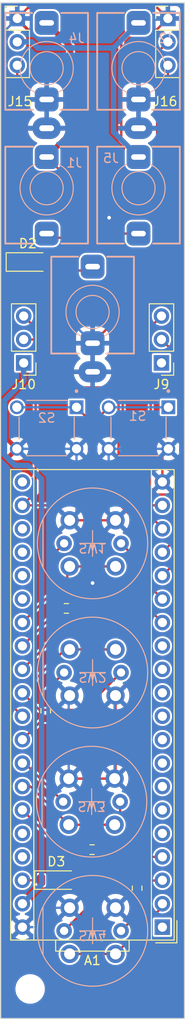
<source format=kicad_pcb>
(kicad_pcb (version 20221018) (generator pcbnew)
  (layers (0 "F.Cu" signal) (31 "B.Cu" signal) (34 "B.Paste" user) (35 "F.Paste" user) (36 "B.SilkS" user "B.Silkscreen") (37 "F.SilkS" user "F.Silkscreen") (38 "B.Mask" user) (39 "F.Mask" user) (44 "Edge.Cuts" user))
  (net 0 "")
  (net 1 "GND")
  (net 3 "+12V")
  (net 4 "-12V")
  (net 5 "Net-(A1-AUDIO_IN_R)")
  (net 6 "Net-(A1-AUDIO_IN_L)")
  (net 11 "Net-(A1-SAI2_SD_A)")
  (net 13 "Net-(A1-DAC1_OUT1)")
  (net 14 "Net-(A1-SAI2_FS_B)")
  (net 15 "Net-(A1-USART1_RX)")
  (net 16 "Net-(A1-USART1_TX)")
  (net 19 "Net-(A1-SAI2_MCLK_B)")
  (net 20 "Net-(A1-SAI2_SD_B)")
  (net 21 "Net-(A1-ADC_INP11)")
  (net 22 "Net-(A1-ADC1_INP4)")
  (net 23 "Net-(A1-DAC1_OUT2)")
  (net 30 "Net-(A1-SDMMC1_D3)")
  (net 32 "Net-(A1-ADC_INP10)")
  (net 33 "Net-(R1-Pad2)")
  (net 34 "+3.3V")
  (net 35 "Net-(R2-Pad1)")
  (net 36 "Net-(R3-Pad1)")
  (net 37 "Net-(A1-SAI2_SCK_B)")
  (net 38 "Net-(R4-Pad2)")
  (net 39 "Net-(A1-AUDIO_OUT_L)")
  (net 40 "Out Left")
  (net 41 "In Left")
  (net 42 "Out_R")
  (net 43 "Out Right")
  (net 45 "Net-(A1-SDMMC1_D2)")
  (net 47 "Net-(A1-SDMMC1_D1)")
  (footprint "Resistor_SMD:R_0603_1608Metric" (layer "F.Cu") (at -0.25 -71.85 180)
    (fp_text reference "R3" hide)
    (fp_text value "130" hide)
    (fp_line (start -0.237258 -0.5225) (end 0.237258 -0.5225) (stroke (width 0.12)) (layer "F.SilkS"))
    (fp_line (start -0.237258 0.5225) (end 0.237258 0.5225) (stroke (width 0.12)) (layer "F.SilkS"))
    (pad "1" smd roundrect (at -0.825 0 180) (size 0.8 0.95) (layers "F.Cu" "F.Paste" "F.Mask") (net 36 "Net-(R3-Pad1)"))
    (pad "2" smd roundrect (at 0.825 0 180) (size 0.8 0.95) (layers "F.Cu" "F.Paste" "F.Mask") (net 22 "Net-(A1-ADC1_INP4)"))
  )
  (footprint "Resistor_SMD:R_0603_1608Metric" (layer "F.Cu") (at 7.45 -41.525 -90)
    (fp_text reference "R4" hide)
    (fp_text value "130" hide)
    (fp_line (start -0.237258 -0.5225) (end 0.237258 -0.5225) (stroke (width 0.12)) (layer "F.SilkS"))
    (fp_line (start -0.237258 0.5225) (end 0.237258 0.5225) (stroke (width 0.12)) (layer "F.SilkS"))
    (pad "1" smd roundrect (at -0.825 0 270) (size 0.8 0.95) (layers "F.Cu" "F.Paste" "F.Mask") (net 45 "Net-(A1-SDMMC1_D2)"))
    (pad "2" smd roundrect (at 0.825 0 270) (size 0.8 0.95) (layers "F.Cu" "F.Paste" "F.Mask") (net 38 "Net-(R4-Pad2)"))
  )
  (footprint "Resistor_SMD:R_0603_1608Metric" (layer "F.Cu") (at -2.5 -60.75 -90)
    (fp_text reference "R2" hide)
    (fp_text value "130" hide)
    (fp_line (start -0.237258 -0.5225) (end 0.237258 -0.5225) (stroke (width 0.12)) (layer "F.SilkS"))
    (fp_line (start -0.237258 0.5225) (end 0.237258 0.5225) (stroke (width 0.12)) (layer "F.SilkS"))
    (pad "1" smd roundrect (at -0.825 0 270) (size 0.8 0.95) (layers "F.Cu" "F.Paste" "F.Mask") (net 35 "Net-(R2-Pad1)"))
    (pad "2" smd roundrect (at 0.825 0 270) (size 0.8 0.95) (layers "F.Cu" "F.Paste" "F.Mask") (net 20 "Net-(A1-SAI2_SD_B)"))
  )
  (footprint "Diode_SMD:D_SOD-123" (layer "F.Cu") (at -4.45 -109.4)
    (fp_text reference "D2" (at 0 -2) (layer "F.SilkS"))
    (fp_text value "1N5819")
    (fp_line (start -2.36 -1) (end -2.36 1) (stroke (width 0.12)) (layer "F.SilkS"))
    (fp_line (start -2.36 -1) (end 1.65 -1) (stroke (width 0.12)) (layer "F.SilkS"))
    (fp_line (start -2.36 1) (end 1.65 1) (stroke (width 0.12)) (layer "F.SilkS"))
    (pad "1" smd roundrect (at -1.65 0) (size 0.9 1.2) (layers "F.Cu" "F.Paste" "F.Mask") (net 32 "Net-(A1-ADC_INP10)"))
    (pad "2" smd roundrect (at 1.65 0) (size 0.9 1.2) (layers "F.Cu" "F.Paste" "F.Mask") (net 1 "GND"))
  )
  (footprint "Connector_PinHeader_2.54mm:PinHeader_1x03_P2.54mm_Vertical" (layer "F.Cu") (at 10.1 -98.46 180)
    (fp_text reference "J9" (at 0 -2.33) (layer "F.SilkS"))
    (fp_text value "Audio to Daisy, connect to J13" hide)
    (fp_line (start -1.33 -1.33) (end 0 -1.33) (stroke (width 0.12)) (layer "F.SilkS"))
    (fp_line (start -1.33 0) (end -1.33 -1.33) (stroke (width 0.12)) (layer "F.SilkS"))
    (fp_line (start -1.33 1.27) (end -1.33 6.41) (stroke (width 0.12)) (layer "F.SilkS"))
    (fp_line (start -1.33 1.27) (end 1.33 1.27) (stroke (width 0.12)) (layer "F.SilkS"))
    (fp_line (start -1.33 6.41) (end 1.33 6.41) (stroke (width 0.12)) (layer "F.SilkS"))
    (fp_line (start 1.33 1.27) (end 1.33 6.41) (stroke (width 0.12)) (layer "F.SilkS"))
    (pad "1" thru_hole rect (at 0 0 180) (size 1.7 1.7) (drill 1) (layers "*.Cu" "*.Mask") (net 4 "-12V"))
    (pad "2" thru_hole oval (at 0 2.54 180) (size 1.7 1.7) (drill 1) (layers "*.Cu" "*.Mask") (net 6 "Net-(A1-AUDIO_IN_L)"))
    (pad "3" thru_hole oval (at 0 5.08 180) (size 1.7 1.7) (drill 1) (layers "*.Cu" "*.Mask") (net 5 "Net-(A1-AUDIO_IN_R)"))
  )
  (footprint "Resistor_SMD:R_0603_1608Metric" (layer "F.Cu") (at 2.55 -45.7)
    (fp_text reference "R1" hide)
    (fp_text value "130" hide)
    (fp_line (start -0.237258 -0.5225) (end 0.237258 -0.5225) (stroke (width 0.12)) (layer "F.SilkS"))
    (fp_line (start -0.237258 0.5225) (end 0.237258 0.5225) (stroke (width 0.12)) (layer "F.SilkS"))
    (pad "1" smd roundrect (at -0.825 0) (size 0.8 0.95) (layers "F.Cu" "F.Paste" "F.Mask") (net 37 "Net-(A1-SAI2_SCK_B)"))
    (pad "2" smd roundrect (at 0.825 0) (size 0.8 0.95) (layers "F.Cu" "F.Paste" "F.Mask") (net 33 "Net-(R1-Pad2)"))
  )
  (footprint "Connector_PinHeader_2.54mm:PinHeader_1x03_P2.54mm_Vertical" (layer "F.Cu") (at -5.6 -135.8)
    (fp_text reference "J15" (at 0.3 9) (layer "F.SilkS"))
    (fp_text value "Audio input, connect to J18" hide)
    (fp_line (start -1.33 -1.33) (end 0 -1.33) (stroke (width 0.12)) (layer "F.SilkS"))
    (fp_line (start -1.33 0) (end -1.33 -1.33) (stroke (width 0.12)) (layer "F.SilkS"))
    (fp_line (start -1.33 1.27) (end -1.33 6.41) (stroke (width 0.12)) (layer "F.SilkS"))
    (fp_line (start -1.33 1.27) (end 1.33 1.27) (stroke (width 0.12)) (layer "F.SilkS"))
    (fp_line (start -1.33 6.41) (end 1.33 6.41) (stroke (width 0.12)) (layer "F.SilkS"))
    (fp_line (start 1.33 1.27) (end 1.33 6.41) (stroke (width 0.12)) (layer "F.SilkS"))
    (pad "1" thru_hole rect (at 0 0) (size 1.7 1.7) (drill 1) (layers "*.Cu" "*.Mask") (net 1 "GND"))
    (pad "2" thru_hole oval (at 0 2.54) (size 1.7 1.7) (drill 1) (layers "*.Cu" "*.Mask") (net 41 "In Left"))
    (pad "3" thru_hole oval (at 0 5.08) (size 1.7 1.7) (drill 1) (layers "*.Cu" "*.Mask"))
  )
  (footprint "Diode_SMD:D_SOD-123" (layer "F.Cu") (at -1.35 -42.4)
    (fp_text reference "D3" (at 0 -2) (layer "F.SilkS"))
    (fp_text value "1N5819")
    (fp_line (start -2.36 -1) (end -2.36 1) (stroke (width 0.12)) (layer "F.SilkS"))
    (fp_line (start -2.36 -1) (end 1.65 -1) (stroke (width 0.12)) (layer "F.SilkS"))
    (fp_line (start -2.36 1) (end 1.65 1) (stroke (width 0.12)) (layer "F.SilkS"))
    (pad "1" smd roundrect (at -1.65 0) (size 0.9 1.2) (layers "F.Cu" "F.Paste" "F.Mask") (net 34 "+3.3V"))
    (pad "2" smd roundrect (at 1.65 0) (size 0.9 1.2) (layers "F.Cu" "F.Paste" "F.Mask") (net 32 "Net-(A1-ADC_INP10)"))
  )
  (footprint "Connector_PinHeader_2.54mm:PinHeader_1x03_P2.54mm_Vertical" (layer "F.Cu") (at 10.8 -135.8)
    (fp_text reference "J16" (at -0.3 9) (layer "F.SilkS"))
    (fp_text value "Audio output, connect to J17" hide)
    (fp_line (start -1.33 -1.33) (end 0 -1.33) (stroke (width 0.12)) (layer "F.SilkS"))
    (fp_line (start -1.33 0) (end -1.33 -1.33) (stroke (width 0.12)) (layer "F.SilkS"))
    (fp_line (start -1.33 1.27) (end -1.33 6.41) (stroke (width 0.12)) (layer "F.SilkS"))
    (fp_line (start -1.33 1.27) (end 1.33 1.27) (stroke (width 0.12)) (layer "F.SilkS"))
    (fp_line (start -1.33 6.41) (end 1.33 6.41) (stroke (width 0.12)) (layer "F.SilkS"))
    (fp_line (start 1.33 1.27) (end 1.33 6.41) (stroke (width 0.12)) (layer "F.SilkS"))
    (pad "1" thru_hole rect (at 0 0) (size 1.7 1.7) (drill 1) (layers "*.Cu" "*.Mask") (net 1 "GND"))
    (pad "2" thru_hole oval (at 0 2.54) (size 1.7 1.7) (drill 1) (layers "*.Cu" "*.Mask") (net 40 "Out Left"))
    (pad "3" thru_hole oval (at 0 5.08) (size 1.7 1.7) (drill 1) (layers "*.Cu" "*.Mask") (net 43 "Out Right"))
  )
  (footprint "Device_Audio_Electrosmith_Daisy_Seed:Device_Audio_Electrosmith_Daisy_Seed" (layer "F.Cu") (at 10.2 -37.3 180)
    (fp_text reference "A1" (at 7.62 -3.6) (layer "F.SilkS"))
    (fp_text value "Device_Audio_Electrosmith_Daisy_Seed_Rev4" hide)
    (fp_line (start -1.58 -1.7) (end -1.58 0.7) (stroke (width 0.12)) (layer "F.SilkS"))
    (fp_line (start -1.28 -1.4) (end 16.52 -1.4) (stroke (width 0.12)) (layer "F.SilkS"))
    (fp_line (start -1.28 49.6) (end -1.28 -1.4) (stroke (width 0.12)) (layer "F.SilkS"))
    (fp_line (start 0.72 -1.7) (end -1.58 -1.7) (stroke (width 0.12)) (layer "F.SilkS"))
    (fp_line (start 1.2 -1.4) (end 1.2 49.6) (stroke (width 0.12)) (layer "F.SilkS"))
    (fp_line (start 3.62 -2.6) (end 11.62 -2.6) (stroke (width 0.12)) (layer "F.SilkS"))
    (fp_line (start 3.62 -1.4) (end 3.62 -2.6) (stroke (width 0.12)) (layer "F.SilkS"))
    (fp_line (start 11.62 -2.6) (end 11.62 -1.4) (stroke (width 0.12)) (layer "F.SilkS"))
    (fp_line (start 14 -1.4) (end 14 49.6) (stroke (width 0.12)) (layer "F.SilkS"))
    (fp_line (start 16.52 -1.4) (end 16.52 49.6) (stroke (width 0.12)) (layer "F.SilkS"))
    (fp_line (start 16.52 49.6) (end -1.28 49.6) (stroke (width 0.12)) (layer "F.SilkS"))
    (pad "1" thru_hole rect (at 0 0 180) (size 1.7 1.7) (drill 1) (layers "*.Cu" "*.Mask"))
    (pad "2" thru_hole circle (at 0 2.54 180) (size 1.7 1.7) (drill 1) (layers "*.Cu" "*.Mask") (net 30 "Net-(A1-SDMMC1_D3)"))
    (pad "3" thru_hole circle (at 0 5.08 180) (size 1.7 1.7) (drill 1) (layers "*.Cu" "*.Mask") (net 45 "Net-(A1-SDMMC1_D2)"))
    (pad "4" thru_hole circle (at 0 7.62 180) (size 1.7 1.7) (drill 1) (layers "*.Cu" "*.Mask") (net 47 "Net-(A1-SDMMC1_D1)"))
    (pad "5" thru_hole circle (at 0 10.16 180) (size 1.7 1.7) (drill 1) (layers "*.Cu" "*.Mask"))
    (pad "6" thru_hole circle (at 0 12.7 180) (size 1.7 1.7) (drill 1) (layers "*.Cu" "*.Mask"))
    (pad "7" thru_hole circle (at 0 15.24 180) (size 1.7 1.7) (drill 1) (layers "*.Cu" "*.Mask"))
    (pad "8" thru_hole circle (at 0 17.78 180) (size 1.7 1.7) (drill 1) (layers "*.Cu" "*.Mask"))
    (pad "9" thru_hole circle (at 0 20.32 180) (size 1.7 1.7) (drill 1) (layers "*.Cu" "*.Mask"))
    (pad "10" thru_hole circle (at 0 22.86 180) (size 1.7 1.7) (drill 1) (layers "*.Cu" "*.Mask"))
    (pad "11" thru_hole circle (at 0 25.4 180) (size 1.7 1.7) (drill 1) (layers "*.Cu" "*.Mask"))
    (pad "12" thru_hole circle (at 0 27.94 180) (size 1.7 1.7) (drill 1) (layers "*.Cu" "*.Mask"))
    (pad "13" thru_hole circle (at 0 30.48 180) (size 1.7 1.7) (drill 1) (layers "*.Cu" "*.Mask"))
    (pad "14" thru_hole circle (at 0 33.02 180) (size 1.7 1.7) (drill 1) (layers "*.Cu" "*.Mask") (net 16 "Net-(A1-USART1_TX)"))
    (pad "15" thru_hole circle (at 0 35.56 180) (size 1.7 1.7) (drill 1) (layers "*.Cu" "*.Mask") (net 15 "Net-(A1-USART1_RX)"))
    (pad "16" thru_hole circle (at 0 38.1 180) (size 1.7 1.7) (drill 1) (layers "*.Cu" "*.Mask") (net 6 "Net-(A1-AUDIO_IN_L)"))
    (pad "17" thru_hole circle (at 0 40.64 180) (size 1.7 1.7) (drill 1) (layers "*.Cu" "*.Mask") (net 5 "Net-(A1-AUDIO_IN_R)"))
    (pad "18" thru_hole circle (at 0 43.18 180) (size 1.7 1.7) (drill 1) (layers "*.Cu" "*.Mask") (net 39 "Net-(A1-AUDIO_OUT_L)"))
    (pad "19" thru_hole circle (at 0 45.72 180) (size 1.7 1.7) (drill 1) (layers "*.Cu" "*.Mask") (net 42 "Out_R"))
    (pad "20" thru_hole circle (at 0 48.26 180) (size 1.7 1.7) (drill 1) (layers "*.Cu" "*.Mask") (net 1 "GND"))
    (pad "21" thru_hole circle (at 15.24 48.26 180) (size 1.7 1.7) (drill 1) (layers "*.Cu" "*.Mask"))
    (pad "22" thru_hole circle (at 15.24 45.72 180) (size 1.7 1.7) (drill 1) (layers "*.Cu" "*.Mask") (net 32 "Net-(A1-ADC_INP10)"))
    (pad "23" thru_hole circle (at 15.24 43.18 180) (size 1.7 1.7) (drill 1) (layers "*.Cu" "*.Mask"))
    (pad "24" thru_hole circle (at 15.24 40.64 180) (size 1.7 1.7) (drill 1) (layers "*.Cu" "*.Mask"))
    (pad "25" thru_hole circle (at 15.24 38.1 180) (size 1.7 1.7) (drill 1) (layers "*.Cu" "*.Mask"))
    (pad "26" thru_hole circle (at 15.24 35.56 180) (size 1.7 1.7) (drill 1) (layers "*.Cu" "*.Mask"))
    (pad "27" thru_hole circle (at 15.24 33.02 180) (size 1.7 1.7) (drill 1) (layers "*.Cu" "*.Mask") (net 21 "Net-(A1-ADC_INP11)"))
    (pad "28" thru_hole circle (at 15.24 30.48 180) (size 1.7 1.7) (drill 1) (layers "*.Cu" "*.Mask") (net 22 "Net-(A1-ADC1_INP4)"))
    (pad "29" thru_hole circle (at 15.24 27.94 180) (size 1.7 1.7) (drill 1) (layers "*.Cu" "*.Mask") (net 23 "Net-(A1-DAC1_OUT2)"))
    (pad "30" thru_hole circle (at 15.24 25.4 180) (size 1.7 1.7) (drill 1) (layers "*.Cu" "*.Mask") (net 13 "Net-(A1-DAC1_OUT1)"))
    (pad "31" thru_hole circle (at 15.24 22.86 180) (size 1.7 1.7) (drill 1) (layers "*.Cu" "*.Mask") (net 19 "Net-(A1-SAI2_MCLK_B)"))
    (pad "32" thru_hole circle (at 15.24 20.32 180) (size 1.7 1.7) (drill 1) (layers "*.Cu" "*.Mask") (net 20 "Net-(A1-SAI2_SD_B)"))
    (pad "33" thru_hole circle (at 15.24 17.78 180) (size 1.7 1.7) (drill 1) (layers "*.Cu" "*.Mask") (net 11 "Net-(A1-SAI2_SD_A)"))
    (pad "34" thru_hole circle (at 15.24 15.24 180) (size 1.7 1.7) (drill 1) (layers "*.Cu" "*.Mask") (net 14 "Net-(A1-SAI2_FS_B)"))
    (pad "35" thru_hole circle (at 15.24 12.7 180) (size 1.7 1.7) (drill 1) (layers "*.Cu" "*.Mask") (net 37 "Net-(A1-SAI2_SCK_B)"))
    (pad "36" thru_hole circle (at 15.24 10.16 180) (size 1.7 1.7) (drill 1) (layers "*.Cu" "*.Mask"))
    (pad "37" thru_hole circle (at 15.24 7.62 180) (size 1.7 1.7) (drill 1) (layers "*.Cu" "*.Mask"))
    (pad "38" thru_hole circle (at 15.24 5.08 180) (size 1.7 1.7) (drill 1) (layers "*.Cu" "*.Mask") (net 34 "+3.3V"))
    (pad "39" thru_hole circle (at 15.24 2.54 180) (size 1.7 1.7) (drill 1) (layers "*.Cu" "*.Mask") (net 3 "+12V"))
    (pad "40" thru_hole circle (at 15.24 0 180) (size 1.7 1.7) (drill 1) (layers "*.Cu" "*.Mask") (net 1 "GND"))
  )
  (footprint "MountingHole:MountingHole_2.7mm_M2.5" (layer "F.Cu") (at -4.2 -30.6)
    (fp_text reference "MOUNT1" hide)
    (fp_text value "MountingHole_2.7mm_M2.5" hide)
    (pad "" np_thru_hole circle (at 0 0) (size 2.7 2.7) (drill 2.7) (layers "F&B.Cu" "*.Mask"))
  )
  (footprint "Connector_PinHeader_2.54mm:PinHeader_1x03_P2.54mm_Vertical" (layer "F.Cu") (at -4.9 -98.46 180)
    (fp_text reference "J10" (at 0 -2.33) (layer "F.SilkS"))
    (fp_text value "Audio from Daisy, connect to J14" hide)
    (fp_line (start -1.33 -1.33) (end 0 -1.33) (stroke (width 0.12)) (layer "F.SilkS"))
    (fp_line (start -1.33 0) (end -1.33 -1.33) (stroke (width 0.12)) (layer "F.SilkS"))
    (fp_line (start -1.33 1.27) (end -1.33 6.41) (stroke (width 0.12)) (layer "F.SilkS"))
    (fp_line (start -1.33 1.27) (end 1.33 1.27) (stroke (width 0.12)) (layer "F.SilkS"))
    (fp_line (start -1.33 6.41) (end 1.33 6.41) (stroke (width 0.12)) (layer "F.SilkS"))
    (fp_line (start 1.33 1.27) (end 1.33 6.41) (stroke (width 0.12)) (layer "F.SilkS"))
    (pad "1" thru_hole rect (at 0 0 180) (size 1.7 1.7) (drill 1) (layers "*.Cu" "*.Mask") (net 3 "+12V"))
    (pad "2" thru_hole oval (at 0 2.54 180) (size 1.7 1.7) (drill 1) (layers "*.Cu" "*.Mask") (net 39 "Net-(A1-AUDIO_OUT_L)"))
    (pad "3" thru_hole oval (at 0 5.08 180) (size 1.7 1.7) (drill 1) (layers "*.Cu" "*.Mask") (net 42 "Out_R"))
  )
  (footprint "1_Geirs_Library:SW_TS02-66-140-BK-160-LCR-D" (layer "B.Cu") (at -2.4 -91.4 180)
    (fp_text reference "S2" (at 0 1.1) (layer "B.SilkS") (effects (justify mirror)))
    (fp_text value "Record")
    (fp_line (start -3 1.176) (end -3 -1.176) (stroke (width 0.127)) (layer "B.SilkS"))
    (fp_line (start -2.176 -3) (end 2.176 -3) (stroke (width 0.127)) (layer "B.SilkS"))
    (fp_line (start -2.176 3) (end 2.176 3) (stroke (width 0.127)) (layer "B.SilkS"))
    (fp_line (start 3 1.176) (end 3 -1.176) (stroke (width 0.127)) (layer "B.SilkS"))
    (fp_circle (center -3.25 4.004) (end -3.15 4.004) (stroke (width 0.2)) (fill none) (layer "B.SilkS"))
    (pad "1" thru_hole rect (at -3.25 2.25 180) (size 1.508 1.508) (drill 1) (layers "*.Cu" "*.Mask") (net 16 "Net-(A1-USART1_TX)"))
    (pad "1" thru_hole circle (at 3.25 2.25 180) (size 1.508 1.508) (drill 1) (layers "*.Cu" "*.Mask") (net 16 "Net-(A1-USART1_TX)"))
    (pad "2" thru_hole circle (at -3.25 -2.25 180) (size 1.508 1.508) (drill 1) (layers "*.Cu" "*.Mask") (net 1 "GND"))
    (pad "2" thru_hole circle (at 3.25 -2.25 180) (size 1.508 1.508) (drill 1) (layers "*.Cu" "*.Mask") (net 1 "GND"))
  )
  (footprint "AudioJacks:Jack_3.5mm_QingPu_WQP-PJ398SM_Vertical" (layer "B.Cu") (at -2.4 -130.4 180)
    (fp_text reference "J4" (at -3.25 3.25) (layer "B.SilkS") (effects (justify mirror)))
    (fp_text value "Out left")
    (fp_line (start -4.5 -4.5) (end -4.5 6) (stroke (width 0.2)) (layer "B.SilkS"))
    (fp_line (start -4.5 -4.5) (end -1.5 -4.5) (stroke (width 0.2)) (layer "B.SilkS"))
    (fp_line (start -4.5 6) (end -1.6 6) (stroke (width 0.2)) (layer "B.SilkS"))
    (fp_line (start 1.5 -4.5) (end 4.5 -4.5) (stroke (width 0.2)) (layer "B.SilkS"))
    (fp_line (start 1.6 6) (end 4.5 6) (stroke (width 0.2)) (layer "B.SilkS"))
    (fp_line (start 4.5 -4.5) (end 4.5 6) (stroke (width 0.2)) (layer "B.SilkS"))
    (fp_arc (start 0 2.895) (mid -2.817353 0.665994) (end -1.296263 -2.588577) (stroke (width 0.12)) (layer "B.SilkS"))
    (fp_arc (start 1.296263 -2.588577) (mid 2.817353 0.665994) (end 0 2.895) (stroke (width 0.12)) (layer "B.SilkS"))
    (fp_circle (center 0 0) (end -1.8 0) (stroke (width 0.12)) (fill none) (layer "B.SilkS"))
    (pad "S" thru_hole oval (at 0 -6.48 180) (size 3.1 2.3) (drill oval 1.6 0.6) (layers "*.Cu" "*.Mask") (net 1 "GND"))
    (pad "T" thru_hole roundrect (at 0 4.92 180) (size 2.6 2.6) (drill oval 1.6 0.6) (layers "*.Cu" "*.Mask") (net 40 "Out Left"))
    (pad "TN" thru_hole roundrect (at 0 -3.38 180) (size 2.6 2.6) (drill oval 1.6 0.6) (layers "*.Cu" "*.Mask") (net 1 "GND"))
  )
  (footprint "1_Geirs_Library:SW_TS02-66-140-BK-160-LCR-D" (layer "B.Cu") (at 7.6 -91.4 180)
    (fp_text reference "S1" (at 0.1 1.3) (layer "B.SilkS") (effects (justify mirror)))
    (fp_text value "Clear")
    (fp_line (start -3 1.176) (end -3 -1.176) (stroke (width 0.127)) (layer "B.SilkS"))
    (fp_line (start -2.176 -3) (end 2.176 -3) (stroke (width 0.127)) (layer "B.SilkS"))
    (fp_line (start -2.176 3) (end 2.176 3) (stroke (width 0.127)) (layer "B.SilkS"))
    (fp_line (start 3 1.176) (end 3 -1.176) (stroke (width 0.127)) (layer "B.SilkS"))
    (fp_circle (center -3.25 4.004) (end -3.15 4.004) (stroke (width 0.2)) (fill none) (layer "B.SilkS"))
    (pad "1" thru_hole rect (at -3.25 2.25 180) (size 1.508 1.508) (drill 1) (layers "*.Cu" "*.Mask") (net 15 "Net-(A1-USART1_RX)"))
    (pad "1" thru_hole circle (at 3.25 2.25 180) (size 1.508 1.508) (drill 1) (layers "*.Cu" "*.Mask") (net 15 "Net-(A1-USART1_RX)"))
    (pad "2" thru_hole circle (at -3.25 -2.25 180) (size 1.508 1.508) (drill 1) (layers "*.Cu" "*.Mask") (net 1 "GND"))
    (pad "2" thru_hole circle (at 3.25 -2.25 180) (size 1.508 1.508) (drill 1) (layers "*.Cu" "*.Mask") (net 1 "GND"))
  )
  (footprint "1_Geirs_Library:D6RLRDGNF1LFS" (layer "B.Cu") (at 2.6 -64.9)
    (fp_text reference "SW2" (at 0 0.5 180 unlocked) (layer "B.SilkS") (effects (justify mirror)))
    (fp_text value "~")
    (fp_line (start -5.4 2.6) (end -5.4 -2.6) (stroke (width 0.12)) (layer "B.SilkS"))
    (fp_line (start -1.4 0) (end 1.4 0) (stroke (width 0.12)) (layer "B.SilkS"))
    (fp_line (start 0 1.4) (end 0 -1.4) (stroke (width 0.12)) (layer "B.SilkS"))
    (fp_circle (center 0 0) (end 6 0) (stroke (width 0.12)) (fill none) (layer "B.SilkS"))
    (pad "1" thru_hole circle (at -2.5 2.5) (size 2 2) (drill 1.2) (layers "*.Cu" "*.Mask") (net 1 "GND"))
    (pad "1" thru_hole circle (at 2.5 2.5) (size 2 2) (drill 1.2) (layers "*.Cu" "*.Mask") (net 1 "GND"))
    (pad "2" thru_hole circle (at -2.5 -2.5) (size 2 2) (drill 1.2) (layers "*.Cu" "*.Mask") (net 19 "Net-(A1-SAI2_MCLK_B)"))
    (pad "2" thru_hole circle (at 2.5 -2.5) (size 2 2) (drill 1.2) (layers "*.Cu" "*.Mask") (net 19 "Net-(A1-SAI2_MCLK_B)"))
    (pad "3" thru_hole circle (at -3.1 0) (size 1.7 1.7) (drill 0.9) (layers "*.Cu" "*.Mask") (net 35 "Net-(R2-Pad1)"))
    (pad "4" thru_hole circle (at 3.1 0) (size 1.7 1.7) (drill 0.9) (layers "*.Cu" "*.Mask") (net 13 "Net-(A1-DAC1_OUT1)"))
  )
  (footprint "1_Geirs_Library:D6RLRDGNF1LFS" (layer "B.Cu") (at 2.5 -50.9)
    (fp_text reference "SW3" (at 0 0.5 180 unlocked) (layer "B.SilkS") (effects (justify mirror)))
    (fp_text value "~")
    (fp_line (start -5.4 2.6) (end -5.4 -2.6) (stroke (width 0.12)) (layer "B.SilkS"))
    (fp_line (start -1.4 0) (end 1.4 0) (stroke (width 0.12)) (layer "B.SilkS"))
    (fp_line (start 0 1.4) (end 0 -1.4) (stroke (width 0.12)) (layer "B.SilkS"))
    (fp_circle (center 0 0) (end 6 0) (stroke (width 0.12)) (fill none) (layer "B.SilkS"))
    (pad "1" thru_hole circle (at -2.5 2.5) (size 2 2) (drill 1.2) (layers "*.Cu" "*.Mask") (net 14 "Net-(A1-SAI2_FS_B)"))
    (pad "1" thru_hole circle (at 2.5 2.5) (size 2 2) (drill 1.2) (layers "*.Cu" "*.Mask") (net 14 "Net-(A1-SAI2_FS_B)"))
    (pad "2" thru_hole circle (at -2.5 -2.5) (size 2 2) (drill 1.2) (layers "*.Cu" "*.Mask") (net 1 "GND"))
    (pad "2" thru_hole circle (at 2.5 -2.5) (size 2 2) (drill 1.2) (layers "*.Cu" "*.Mask") (net 1 "GND"))
    (pad "3" thru_hole circle (at -3.1 0) (size 1.7 1.7) (drill 0.9) (layers "*.Cu" "*.Mask") (net 11 "Net-(A1-SAI2_SD_A)"))
    (pad "4" thru_hole circle (at 3.1 0) (size 1.7 1.7) (drill 0.9) (layers "*.Cu" "*.Mask") (net 33 "Net-(R1-Pad2)"))
  )
  (footprint "AudioJacks:Jack_3.5mm_QingPu_WQP-PJ398SM_Vertical" (layer "B.Cu") (at -2.4 -117.4)
    (fp_text reference "J1" (at 3 -2.75) (layer "B.SilkS") (effects (justify mirror)))
    (fp_text value "Out right")
    (fp_line (start -4.5 -4.5) (end -4.5 6) (stroke (width 0.2)) (layer "B.SilkS"))
    (fp_line (start -4.5 -4.5) (end -1.5 -4.5) (stroke (width 0.2)) (layer "B.SilkS"))
    (fp_line (start -4.5 6) (end -1.6 6) (stroke (width 0.2)) (layer "B.SilkS"))
    (fp_line (start 1.5 -4.5) (end 4.5 -4.5) (stroke (width 0.2)) (layer "B.SilkS"))
    (fp_line (start 1.6 6) (end 4.5 6) (stroke (width 0.2)) (layer "B.SilkS"))
    (fp_line (start 4.5 -4.5) (end 4.5 6) (stroke (width 0.2)) (layer "B.SilkS"))
    (fp_arc (start 0 2.895) (mid -2.817353 0.665994) (end -1.296263 -2.588577) (stroke (width 0.12)) (layer "B.SilkS"))
    (fp_arc (start 1.296263 -2.588577) (mid 2.817353 0.665994) (end 0 2.895) (stroke (width 0.12)) (layer "B.SilkS"))
    (fp_circle (center 0 0) (end -1.8 0) (stroke (width 0.12)) (fill none) (layer "B.SilkS"))
    (pad "S" thru_hole oval (at 0 -6.48) (size 3.1 2.3) (drill oval 1.6 0.6) (layers "*.Cu" "*.Mask") (net 1 "GND"))
    (pad "T" thru_hole roundrect (at 0 4.92) (size 2.6 2.6) (drill oval 1.6 0.6) (layers "*.Cu" "*.Mask") (net 43 "Out Right"))
    (pad "TN" thru_hole roundrect (at 0 -3.38) (size 2.6 2.6) (drill oval 1.6 0.6) (layers "*.Cu" "*.Mask") (net 40 "Out Left"))
  )
  (footprint "AudioJacks:Jack_3.5mm_QingPu_WQP-PJ398SM_Vertical" (layer "B.Cu") (at 7.6 -130.4 180)
    (fp_text reference "J2" (at -3.05 3.25) (layer "B.SilkS") (effects (justify mirror)))
    (fp_text value "In left")
    (fp_line (start -4.5 -4.5) (end -4.5 6) (stroke (width 0.2)) (layer "B.SilkS"))
    (fp_line (start -4.5 -4.5) (end -1.5 -4.5) (stroke (width 0.2)) (layer "B.SilkS"))
    (fp_line (start -4.5 6) (end -1.6 6) (stroke (width 0.2)) (layer "B.SilkS"))
    (fp_line (start 1.5 -4.5) (end 4.5 -4.5) (stroke (width 0.2)) (layer "B.SilkS"))
    (fp_line (start 1.6 6) (end 4.5 6) (stroke (width 0.2)) (layer "B.SilkS"))
    (fp_line (start 4.5 -4.5) (end 4.5 6) (stroke (width 0.2)) (layer "B.SilkS"))
    (fp_arc (start 0 2.895) (mid -2.817353 0.665994) (end -1.296263 -2.588577) (stroke (width 0.12)) (layer "B.SilkS"))
    (fp_arc (start 1.296263 -2.588577) (mid 2.817353 0.665994) (end 0 2.895) (stroke (width 0.12)) (layer "B.SilkS"))
    (fp_circle (center 0 0) (end -1.8 0) (stroke (width 0.12)) (fill none) (layer "B.SilkS"))
    (pad "S" thru_hole oval (at 0 -6.48 180) (size 3.1 2.3) (drill oval 1.6 0.6) (layers "*.Cu" "*.Mask") (net 1 "GND"))
    (pad "T" thru_hole roundrect (at 0 4.92 180) (size 2.6 2.6) (drill oval 1.6 0.6) (layers "*.Cu" "*.Mask") (net 41 "In Left"))
    (pad "TN" thru_hole roundrect (at 0 -3.38 180) (size 2.6 2.6) (drill oval 1.6 0.6) (layers "*.Cu" "*.Mask") (net 1 "GND"))
  )
  (footprint "AudioJacks:Jack_3.5mm_QingPu_WQP-PJ398SM_Vertical" (layer "B.Cu") (at 7.6 -117.4)
    (fp_text reference "J5" (at -3 -3.25) (layer "B.SilkS") (effects (justify mirror)))
    (fp_text value "In right")
    (fp_line (start -4.5 -4.5) (end -4.5 6) (stroke (width 0.2)) (layer "B.SilkS"))
    (fp_line (start -4.5 -4.5) (end -1.5 -4.5) (stroke (width 0.2)) (layer "B.SilkS"))
    (fp_line (start -4.5 6) (end -1.6 6) (stroke (width 0.2)) (layer "B.SilkS"))
    (fp_line (start 1.5 -4.5) (end 4.5 -4.5) (stroke (width 0.2)) (layer "B.SilkS"))
    (fp_line (start 1.6 6) (end 4.5 6) (stroke (width 0.2)) (layer "B.SilkS"))
    (fp_line (start 4.5 -4.5) (end 4.5 6) (stroke (width 0.2)) (layer "B.SilkS"))
    (fp_arc (start 0 2.895) (mid -2.817353 0.665994) (end -1.296263 -2.588577) (stroke (width 0.12)) (layer "B.SilkS"))
    (fp_arc (start 1.296263 -2.588577) (mid 2.817353 0.665994) (end 0 2.895) (stroke (width 0.12)) (layer "B.SilkS"))
    (fp_circle (center 0 0) (end -1.8 0) (stroke (width 0.12)) (fill none) (layer "B.SilkS"))
    (pad "S" thru_hole oval (at 0 -6.48) (size 3.1 2.3) (drill oval 1.6 0.6) (layers "*.Cu" "*.Mask") (net 1 "GND"))
    (pad "T" thru_hole roundrect (at 0 4.92) (size 2.6 2.6) (drill oval 1.6 0.6) (layers "*.Cu" "*.Mask"))
    (pad "TN" thru_hole roundrect (at 0 -3.38) (size 2.6 2.6) (drill oval 1.6 0.6) (layers "*.Cu" "*.Mask") (net 41 "In Left"))
  )
  (footprint "1_Geirs_Library:D6RLRDGNF1LFS" (layer "B.Cu") (at 2.6 -36.9)
    (fp_text reference "SW4" (at 0 0.5 180 unlocked) (layer "B.SilkS") (effects (justify mirror)))
    (fp_text value "~")
    (fp_line (start -5.4 2.6) (end -5.4 -2.6) (stroke (width 0.12)) (layer "B.SilkS"))
    (fp_line (start -1.4 0) (end 1.4 0) (stroke (width 0.12)) (layer "B.SilkS"))
    (fp_line (start 0 1.4) (end 0 -1.4) (stroke (width 0.12)) (layer "B.SilkS"))
    (fp_circle (center 0 0) (end 6 0) (stroke (width 0.12)) (fill none) (layer "B.SilkS"))
    (pad "1" thru_hole circle (at -2.5 2.5) (size 2 2) (drill 1.2) (layers "*.Cu" "*.Mask") (net 30 "Net-(A1-SDMMC1_D3)"))
    (pad "1" thru_hole circle (at 2.5 2.5) (size 2 2) (drill 1.2) (layers "*.Cu" "*.Mask") (net 30 "Net-(A1-SDMMC1_D3)"))
    (pad "2" thru_hole circle (at -2.5 -2.5) (size 2 2) (drill 1.2) (layers "*.Cu" "*.Mask") (net 1 "GND"))
    (pad "2" thru_hole circle (at 2.5 -2.5) (size 2 2) (drill 1.2) (layers "*.Cu" "*.Mask") (net 1 "GND"))
    (pad "3" thru_hole circle (at -3.1 0) (size 1.7 1.7) (drill 0.9) (layers "*.Cu" "*.Mask") (net 47 "Net-(A1-SDMMC1_D1)"))
    (pad "4" thru_hole circle (at 3.1 0) (size 1.7 1.7) (drill 0.9) (layers "*.Cu" "*.Mask") (net 38 "Net-(R4-Pad2)"))
  )
  (footprint "AudioJacks:Jack_3.5mm_QingPu_WQP-PJ398SM_Vertical" (layer "B.Cu") (at 2.6 -103.9775 180)
    (fp_text reference "J3" hide)
    (fp_text value "Trig Loop" hide)
    (fp_line (start -4.5 -4.5) (end -4.5 6) (stroke (width 0.2)) (layer "B.SilkS"))
    (fp_line (start -4.5 -4.5) (end -1.5 -4.5) (stroke (width 0.2)) (layer "B.SilkS"))
    (fp_line (start -4.5 6) (end -1.6 6) (stroke (width 0.2)) (layer "B.SilkS"))
    (fp_line (start 1.5 -4.5) (end 4.5 -4.5) (stroke (width 0.2)) (layer "B.SilkS"))
    (fp_line (start 1.6 6) (end 4.5 6) (stroke (width 0.2)) (layer "B.SilkS"))
    (fp_line (start 4.5 -4.5) (end 4.5 6) (stroke (width 0.2)) (layer "B.SilkS"))
    (fp_arc (start 0 2.895) (mid -2.817353 0.665994) (end -1.296263 -2.588577) (stroke (width 0.12)) (layer "B.SilkS"))
    (fp_arc (start 1.296263 -2.588577) (mid 2.817353 0.665994) (end 0 2.895) (stroke (width 0.12)) (layer "B.SilkS"))
    (fp_circle (center 0 0) (end -1.8 0) (stroke (width 0.12)) (fill none) (layer "B.SilkS"))
    (pad "S" thru_hole oval (at 0 -6.48 180) (size 3.1 2.3) (drill oval 1.6 0.6) (layers "*.Cu" "*.Mask") (net 1 "GND"))
    (pad "T" thru_hole roundrect (at 0 4.92 180) (size 2.6 2.6) (drill oval 1.6 0.6) (layers "*.Cu" "*.Mask") (net 32 "Net-(A1-ADC_INP10)"))
    (pad "TN" thru_hole roundrect (at 0 -3.38 180) (size 2.6 2.6) (drill oval 1.6 0.6) (layers "*.Cu" "*.Mask") (net 1 "GND"))
  )
  (footprint "1_Geirs_Library:D6RLRDGNF1LFS" (layer "B.Cu") (at 2.6 -78.9)
    (fp_text reference "SW1" (at 0 0.5 180 unlocked) (layer "B.SilkS") (effects (justify mirror)))
    (fp_text value "~")
    (fp_line (start -5.4 2.6) (end -5.4 -2.6) (stroke (width 0.12)) (layer "B.SilkS"))
    (fp_line (start -1.4 0) (end 1.4 0) (stroke (width 0.12)) (layer "B.SilkS"))
    (fp_line (start 0 1.4) (end 0 -1.4) (stroke (width 0.12)) (layer "B.SilkS"))
    (fp_circle (center 0 0) (end 6 0) (stroke (width 0.12)) (fill none) (layer "B.SilkS"))
    (pad "1" thru_hole circle (at -2.5 2.5) (size 2 2) (drill 1.2) (layers "*.Cu" "*.Mask") (net 23 "Net-(A1-DAC1_OUT2)"))
    (pad "1" thru_hole circle (at 2.5 2.5) (size 2 2) (drill 1.2) (layers "*.Cu" "*.Mask") (net 23 "Net-(A1-DAC1_OUT2)"))
    (pad "2" thru_hole circle (at -2.5 -2.5) (size 2 2) (drill 1.2) (layers "*.Cu" "*.Mask") (net 1 "GND"))
    (pad "2" thru_hole circle (at 2.5 -2.5) (size 2 2) (drill 1.2) (layers "*.Cu" "*.Mask") (net 1 "GND"))
    (pad "3" thru_hole circle (at -3.1 0) (size 1.7 1.7) (drill 0.9) (layers "*.Cu" "*.Mask") (net 21 "Net-(A1-ADC_INP11)"))
    (pad "4" thru_hole circle (at 3.1 0) (size 1.7 1.7) (drill 0.9) (layers "*.Cu" "*.Mask") (net 36 "Net-(R3-Pad1)"))
  )
  (gr_rect (start -7.4 -137.5) (end 12.6 -27.4) (stroke (width 0.1)) (fill none) (layer "Edge.Cuts"))
  (segment (start 3.221142 -112.48) (end 7.6 -112.48) (width 0.25) (layer "F.Cu") (net 0))
  (segment (start -5.6 -121.301142) (end 3.221142 -112.48) (width 0.25) (layer "F.Cu") (net 0))
  (segment (start -5.6 -130.72) (end -5.6 -121.301142) (width 0.25) (layer "F.Cu") (net 0))
  (segment (start -2.4 -123.88) (end -2.4 -127.02) (width 0.25) (layer "F.Cu") (net 1))
  (segment (start 9.655 -136.945) (end 10.8 -135.8) (width 0.25) (layer "F.Cu") (net 1))
  (segment (start -5.6 -135.8) (end -4.455 -136.945) (width 0.25) (layer "F.Cu") (net 1))
  (segment (start 7.6 -127.02) (end 7.6 -123.92) (width 0.25) (layer "F.Cu") (net 1))
  (segment (start 2.6 -100.5975) (end 4.225 -102.2225) (width 0.25) (layer "F.Cu") (net 1))
  (segment (start 0.1 -81.4) (end 5.1 -81.4) (width 0.25) (layer "F.Cu") (net 1))
  (segment (start 4.225 -109.975) (end 3.6775 -110.5225) (width 0.25) (layer "F.Cu") (net 1))
  (segment (start 10.2 -88.5) (end 10.85 -89.15) (width 0.25) (layer "F.Cu") (net 1))
  (segment (start -5.6 -135.68) (end -2.4 -132.48) (width 0.25) (layer "F.Cu") (net 1))
  (segment (start 0 -53.4) (end 5 -53.4) (width 0.25) (layer "F.Cu") (net 1))
  (segment (start -5.6 -135.8) (end -2.4 -132.6) (width 0.25) (layer "F.Cu") (net 1))
  (segment (start -2.4 -127.02) (end -2.4 -123.92) (width 0.25) (layer "F.Cu") (net 1))
  (segment (start 3.6775 -110.5225) (end -1.6775 -110.5225) (width 0.25) (layer "F.Cu") (net 1))
  (segment (start -2.4 -132.6) (end -2.4 -127.02) (width 0.25) (layer "F.Cu") (net 1))
  (segment (start 7.6 -127.02) (end 7.6 -132.6) (width 0.25) (layer "F.Cu") (net 1))
  (segment (start 10.2 -85.56) (end 10.2 -88.5) (width 0.25) (layer "F.Cu") (net 1))
  (segment (start 7.6 -132.6) (end 10.8 -135.8) (width 0.25) (layer "F.Cu") (net 1))
  (segment (start -4.455 -136.945) (end 9.655 -136.945) (width 0.25) (layer "F.Cu") (net 1))
  (segment (start -2.8 -109.4) (end -1.6775 -110.5225) (width 0.25) (layer "F.Cu") (net 1))
  (segment (start 4.225 -102.2225) (end 4.225 -109.975) (width 0.25) (layer "F.Cu") (net 1))
  (segment (start -2.4 -132.48) (end -2.4 -127.02) (width 0.25) (layer "F.Cu") (net 1))
  (segment (start 5.1 -62.4) (end 5.1 -53.5) (width 0.25) (layer "F.Cu") (net 1))
  (via (at 2.6 -74.6) (size 0.8) (drill 0.4) (layers "F.Cu" "B.Cu") (net 1))
  (via (at 4.4 -114.2) (size 0.8) (drill 0.4) (layers "F.Cu" "B.Cu") (net 1))
  (segment (start -5.65 -89.15) (end 0.85 -89.15) (width 0.25) (layer "B.Cu") (net 1))
  (segment (start 2.6 -97.4975) (end 2.6 -90.9) (width 0.25) (layer "B.Cu") (net 1))
  (segment (start 1.325 -52.075) (end 0 -53.4) (width 0.25) (layer "B.Cu") (net 1))
  (segment (start -5.04 -37.3) (end -3.55 -37.3) (width 0.25) (layer "B.Cu") (net 1))
  (segment (start 5.1 -39.4) (end 3.675 -40.825) (width 0.25) (layer "B.Cu") (net 1))
  (segment (start 1.425 -63.725) (end 1.425 -80.075) (width 0.25) (layer "B.Cu") (net 1))
  (segment (start 0.1 -62.4) (end 1.425 -63.725) (width 0.25) (layer "B.Cu") (net 1))
  (segment (start 0.85 -89.15) (end 0.85 -82.15) (width 0.25) (layer "B.Cu") (net 1))
  (segment (start 2.6 -97.4975) (end 2.6 -100.5975) (width 0.25) (layer "B.Cu") (net 1))
  (segment (start 3.675 -40.825) (end 3.675 -52.075) (width 0.25) (layer "B.Cu") (net 1))
  (segment (start 4.35 -89.15) (end 4.35 -82.15) (width 0.25) (layer "B.Cu") (net 1))
  (segment (start 2.6 -90.9) (end 0.85 -89.15) (width 0.25) (layer "B.Cu") (net 1))
  (segment (start 4.35 -89.15) (end 10.85 -89.15) (width 0.25) (layer "B.Cu") (net 1))
  (segment (start 0.1 -39.4) (end 1.325 -40.625) (width 0.25) (layer "B.Cu") (net 1))
  (segment (start 0.85 -82.15) (end 0.1 -81.4) (width 0.25) (layer "B.Cu") (net 1))
  (segment (start 3.775 -80.075) (end 5.1 -81.4) (width 0.25) (layer "B.Cu") (net 1))
  (segment (start 0 -53.4) (end 0 -62.3) (width 0.25) (layer "B.Cu") (net 1))
  (segment (start 3.675 -52.075) (end 5 -53.4) (width 0.25) (layer "B.Cu") (net 1))
  (segment (start 4.35 -82.15) (end 5.1 -81.4) (width 0.25) (layer "B.Cu") (net 1))
  (segment (start 5 -53.4) (end 5 -62.3) (width 0.25) (layer "B.Cu") (net 1))
  (segment (start -5.6 -135.8) (end -6.775 -134.625) (width 0.25) (layer "B.Cu") (net 1))
  (segment (start -6.775 -134.625) (end -6.775 -109.9725) (width 0.25) (layer "B.Cu") (net 1))
  (segment (start 1.425 -80.075) (end 0.1 -81.4) (width 0.25) (layer "B.Cu") (net 1))
  (segment (start 1.325 -40.625) (end 1.325 -52.075) (width 0.25) (layer "B.Cu") (net 1))
  (segment (start 5.1 -62.4) (end 3.775 -63.725) (width 0.25) (layer "B.Cu") (net 1))
  (segment (start 7.6 -123.88) (end 7.6 -127.02) (width 0.25) (layer "B.Cu") (net 1))
  (segment (start -1.45 -39.4) (end 0.1 -39.4) (width 0.25) (layer "B.Cu") (net 1))
  (segment (start -3.55 -37.3) (end -1.45 -39.4) (width 0.25) (layer "B.Cu") (net 1))
  (segment (start 3.775 -63.725) (end 3.775 -80.075) (width 0.25) (layer "B.Cu") (net 1))
  (segment (start 4.35 -89.15) (end 2.6 -90.9) (width 0.25) (layer "B.Cu") (net 1))
  (segment (start -6.775 -109.9725) (end 2.6 -100.5975) (width 0.25) (layer "B.Cu") (net 1))
  (segment (start -7 -94.4) (end -7 -88.5) (width 0.6) (layer "B.Cu") (net 3))
  (segment (start -2.95 -85.85) (end -2.95 -41.93) (width 0.6) (layer "B.Cu") (net 3))
  (segment (start -4.9 -98.46) (end -4.9 -96.5) (width 0.6) (layer "B.Cu") (net 3))
  (segment (start -4.9 -96.5) (end -7 -94.4) (width 0.6) (layer "B.Cu") (net 3))
  (segment (start -5.85 -87.35) (end -4.45 -87.35) (width 0.6) (layer "B.Cu") (net 3))
  (segment (start -2.95 -41.93) (end -5.04 -39.84) (width 0.6) (layer "B.Cu") (net 3))
  (segment (start -4.45 -87.35) (end -2.95 -85.85) (width 0.6) (layer "B.Cu") (net 3))
  (segment (start -7 -88.5) (end -5.85 -87.35) (width 0.6) (layer "B.Cu") (net 3))
  (segment (start 11.7 -79.44) (end 10.2 -77.94) (width 0.25) (layer "F.Cu") (net 5))
  (segment (start 10.1 -103.54) (end 8.925 -102.365) (width 0.25) (layer "F.Cu") (net 5))
  (segment (start 8.925 -84.875) (end 9.605 -84.195) (width 0.25) (layer "F.Cu") (net 5))
  (segment (start 8.925 -102.365) (end 8.925 -84.875) (width 0.25) (layer "F.Cu") (net 5))
  (segment (start 9.605 -84.195) (end 11.105 -84.195) (width 0.25) (layer "F.Cu") (net 5))
  (segment (start 11.7 -83.6) (end 11.7 -79.44) (width 0.25) (layer "F.Cu") (net 5))
  (segment (start 11.105 -84.195) (end 11.7 -83.6) (width 0.25) (layer "F.Cu") (net 5))
  (segment (start 10.1 -101) (end 12.15 -98.95) (width 0.25) (layer "F.Cu") (net 6))
  (segment (start 10.2 -75.4) (end 12.2 -77.4) (width 0.25) (layer "F.Cu") (net 6))
  (segment (start 12.15 -98.95) (end 12.15 -77.45) (width 0.25) (layer "F.Cu") (net 6))
  (segment (start 12.15 -77.45) (end 12.2 -77.4) (width 0.25) (layer "F.Cu") (net 6))
  (segment (start -0.6 -50.9) (end -4.78 -55.08) (width 0.25) (layer "F.Cu") (net 11))
  (segment (start -3.19 -60.85) (end 1.65 -60.85) (width 0.25) (layer "F.Cu") (net 13))
  (segment (start 1.65 -60.85) (end 5.7 -64.9) (width 0.25) (layer "F.Cu") (net 13))
  (segment (start -5.04 -62.7) (end -3.19 -60.85) (width 0.25) (layer "F.Cu") (net 13))
  (segment (start 0 -48.4) (end 5 -48.4) (width 0.25) (layer "F.Cu") (net 14))
  (segment (start -4.14 -52.54) (end -5.04 -52.54) (width 0.25) (layer "F.Cu") (net 14))
  (segment (start 0 -48.4) (end -4.14 -52.54) (width 0.25) (layer "F.Cu") (net 14))
  (segment (start 8.1 -82) (end 8.1 -74.96) (width 0.25) (layer "F.Cu") (net 15))
  (segment (start 8.1 -74.96) (end 10.2 -72.86) (width 0.25) (layer "F.Cu") (net 15))
  (segment (start 3 -87.1) (end 8.1 -82) (width 0.25) (layer "F.Cu") (net 15))
  (segment (start 3 -92.3) (end 3 -87.1) (width 0.25) (layer "F.Cu") (net 15))
  (segment (start 4.35 -93.65) (end 3 -92.3) (width 0.25) (layer "F.Cu") (net 15))
  (segment (start 4.35 -93.65) (end 10.85 -93.65) (width 0.25) (layer "B.Cu") (net 15))
  (segment (start 2.2 -87.25) (end 7.65 -81.8) (width 0.25) (layer "F.Cu") (net 16))
  (segment (start 2.2 -92.3) (end 2.2 -87.25) (width 0.25) (layer "F.Cu") (net 16))
  (segment (start 0.85 -93.65) (end 2.2 -92.3) (width 0.25) (layer "F.Cu") (net 16))
  (segment (start 7.65 -72.87) (end 10.2 -70.32) (width 0.25) (layer "F.Cu") (net 16))
  (segment (start 7.65 -81.8) (end 7.65 -72.87) (width 0.25) (layer "F.Cu") (net 16))
  (segment (start -5.65 -93.65) (end 0.85 -93.65) (width 0.25) (layer "B.Cu") (net 16))
  (segment (start -6.3 -61.42) (end -5.04 -60.16) (width 0.25) (layer "F.Cu") (net 19))
  (segment (start -5.385 -64.065) (end -6.3 -63.15) (width 0.25) (layer "F.Cu") (net 19))
  (segment (start -3.735 -64.065) (end -5.385 -64.065) (width 0.25) (layer "F.Cu") (net 19))
  (segment (start -0.4 -67.4) (end -3.735 -64.065) (width 0.25) (layer "F.Cu") (net 19))
  (segment (start -6.3 -63.15) (end -6.3 -61.42) (width 0.25) (layer "F.Cu") (net 19))
  (segment (start 5.05 -67.4) (end 0.1 -67.4) (width 0.25) (layer "F.Cu") (net 19))
  (segment (start -5.04 -57.62) (end -2.735 -59.925) (width 0.25) (layer "F.Cu") (net 20))
  (segment (start -5.04 -70.32) (end -1.225 -74.135) (width 0.25) (layer "F.Cu") (net 21))
  (segment (start -1.225 -78.175) (end -0.5 -78.9) (width 0.25) (layer "F.Cu") (net 21))
  (segment (start -1.225 -74.135) (end -1.225 -78.175) (width 0.25) (layer "F.Cu") (net 21))
  (segment (start -5.04 -67.78) (end -1.075 -71.745) (width 0.25) (layer "F.Cu") (net 22))
  (segment (start -0.15 -70.13) (end -0.15 -76.15) (width 0.25) (layer "F.Cu") (net 23))
  (segment (start -5.04 -65.24) (end -0.15 -70.13) (width 0.25) (layer "F.Cu") (net 23))
  (segment (start 0.1 -76.4) (end 5.1 -76.4) (width 0.25) (layer "F.Cu") (net 23))
  (segment (start 5.1 -34.4) (end 10.2 -39.5) (width 0.25) (layer "F.Cu") (net 30))
  (segment (start 0.1 -34.4) (end 5.1 -34.4) (width 0.25) (layer "F.Cu") (net 30))
  (segment (start -3.89 -99.8) (end -3.6 -99.51) (width 0.25) (layer "F.Cu") (net 32))
  (segment (start -5.175 -108.475) (end -6.075 -107.575) (width 0.25) (layer "F.Cu") (net 32))
  (segment (start 7.2 -81.45) (end 5.63 -83.02) (width 0.25) (layer "F.Cu") (net 32))
  (segment (start 7.2 -46.45) (end 7.2 -81.45) (width 0.25) (layer "F.Cu") (net 32))
  (segment (start 0.3 -42.4) (end 3.15 -42.4) (width 0.25) (layer "F.Cu") (net 32))
  (segment (start -3.6 -99.51) (end -3.6 -84.46) (width 0.25) (layer "F.Cu") (net 32))
  (segment (start 5.63 -83.02) (end -5.04 -83.02) (width 0.25) (layer "F.Cu") (net 32))
  (segment (start 3.15 -42.4) (end 7.2 -46.45) (width 0.25) (layer "F.Cu") (net 32))
  (segment (start -6.075 -107.575) (end -6.075 -100.275) (width 0.25) (layer "F.Cu") (net 32))
  (segment (start -5.175 -108.475) (end 2.1775 -108.475) (width 0.25) (layer "F.Cu") (net 32))
  (segment (start -6.075 -100.275) (end -5.6 -99.8) (width 0.25) (layer "F.Cu") (net 32))
  (segment (start -3.6 -84.46) (end -5.04 -83.02) (width 0.25) (layer "F.Cu") (net 32))
  (segment (start -6.1 -109.4) (end -5.175 -108.475) (width 0.25) (layer "F.Cu") (net 32))
  (segment (start -5.6 -99.8) (end -3.89 -99.8) (width 0.25) (layer "F.Cu") (net 32))
  (segment (start 5.6 -49.673833) (end 6.35 -48.923833) (width 0.25) (layer "F.Cu") (net 33))
  (segment (start 6.35 -48.923833) (end 6.35 -47.15) (width 0.25) (layer "F.Cu") (net 33))
  (segment (start 3.375 -45.7) (end 4.9 -45.7) (width 0.25) (layer "F.Cu") (net 33))
  (segment (start 4.9 -45.7) (end 6.35 -47.15) (width 0.25) (layer "F.Cu") (net 33))
  (segment (start 5.6 -50.9) (end 5.6 -49.673833) (width 0.25) (layer "F.Cu") (net 33))
  (segment (start -5.04 -42.38) (end -3.02 -42.38) (width 0.25) (layer "F.Cu") (net 34))
  (segment (start -2.5 -62.9) (end -0.5 -64.9) (width 0.25) (layer "F.Cu") (net 35))
  (segment (start -2.5 -61.575) (end -2.5 -62.9) (width 0.25) (layer "F.Cu") (net 35))
  (segment (start 6.425 -75.851167) (end 6.425 -78.175) (width 0.25) (layer "F.Cu") (net 36))
  (segment (start 2.423833 -71.85) (end 6.425 -75.851167) (width 0.25) (layer "F.Cu") (net 36))
  (segment (start 6.425 -78.175) (end 5.7 -78.9) (width 0.25) (layer "F.Cu") (net 36))
  (segment (start 0.575 -71.85) (end 2.423833 -71.85) (width 0.25) (layer "F.Cu") (net 36))
  (segment (start 1.725 -45.7) (end -0.74 -45.7) (width 0.25) (layer "F.Cu") (net 37))
  (segment (start -0.74 -45.7) (end -5.04 -50) (width 0.25) (layer "F.Cu") (net 37))
  (segment (start 7.45 -40.7) (end 7.45 -38.65) (width 0.25) (layer "F.Cu") (net 38))
  (segment (start 5.7 -36.9) (end 7.45 -38.65) (width 0.25) (layer "F.Cu") (net 38))
  (segment (start 0.613604 -95.35) (end -2 -97.963604) (width 0.25) (layer "F.Cu") (net 39))
  (segment (start -3.697919 -101) (end -2 -99.302081) (width 0.25) (layer "F.Cu") (net 39))
  (segment (start -2 -99.302081) (end -2 -97.963604) (width 0.25) (layer "F.Cu") (net 39))
  (segment (start 5.429 -94.634604) (end 4.713604 -95.35) (width 0.25) (layer "F.Cu") (net 39))
  (segment (start 4.713604 -95.35) (end 0.613604 -95.35) (width 0.25) (layer "F.Cu") (net 39))
  (segment (start -4.9 -101) (end -3.697919 -101) (width 0.25) (layer "F.Cu") (net 39))
  (segment (start 5.429 -85.307396) (end 5.429 -94.634604) (width 0.25) (layer "F.Cu") (net 39))
  (segment (start 10.2 -80.536396) (end 5.429 -85.307396) (width 0.25) (layer "F.Cu") (net 39))
  (segment (start 9.625 -132.085) (end 9.625 -119.725) (width 0.25) (layer "F.Cu") (net 40))
  (segment (start 9.625 -119.725) (end 9 -119.1) (width 0.25) (layer "F.Cu") (net 40))
  (segment (start 0.2 -132.72) (end 0.2 -123.38) (width 0.6) (layer "F.Cu") (net 40))
  (segment (start 0.2 -123.38) (end -2.4 -120.78) (width 0.6) (layer "F.Cu") (net 40))
  (segment (start 9 -119.1) (end -0.72 -119.1) (width 0.25) (layer "F.Cu") (net 40))
  (segment (start -0.72 -119.1) (end -2.4 -120.78) (width 0.25) (layer "F.Cu") (net 40))
  (segment (start -2.4 -135.32) (end 0.2 -132.72) (width 0.6) (layer "F.Cu") (net 40))
  (segment (start 10.8 -133.26) (end 9.625 -132.085) (width 0.25) (layer "F.Cu") (net 40))
  (segment (start 5.725 -133.445) (end 5.725 -122.655) (width 0.25) (layer "F.Cu") (net 41))
  (segment (start 5.725 -122.655) (end 7.6 -120.78) (width 0.25) (layer "F.Cu") (net 41))
  (segment (start 7.6 -135.32) (end 5.725 -133.445) (width 0.25) (layer "F.Cu") (net 41))
  (segment (start -5.6 -133.26) (end -4.025 -133.26) (width 0.6) (layer "B.Cu") (net 41))
  (segment (start -4.025 -133.26) (end -3.365 -132.6) (width 0.6) (layer "B.Cu") (net 41))
  (segment (start 4.88 -123.5) (end 4.88 -132.6) (width 0.6) (layer "B.Cu") (net 41))
  (segment (start -3.365 -132.6) (end 4.88 -132.6) (width 0.6) (layer "B.Cu") (net 41))
  (segment (start 7.6 -120.78) (end 4.88 -123.5) (width 0.6) (layer "B.Cu") (net 41))
  (segment (start 4.88 -132.6) (end 7.6 -135.32) (width 0.6) (layer "B.Cu") (net 41))
  (segment (start 5.879 -94.821) (end 5.879 -85.521) (width 0.25) (layer "F.Cu") (net 42))
  (segment (start -1.55 -98.15) (end 0.8 -95.8) (width 0.25) (layer "F.Cu") (net 42))
  (segment (start -1.55 -100.19) (end -1.55 -98.15) (width 0.25) (layer "F.Cu") (net 42))
  (segment (start 4.9 -95.8) (end 5.879 -94.821) (width 0.25) (layer "F.Cu") (net 42))
  (segment (start -4.9 -103.54) (end -1.55 -100.19) (width 0.25) (layer "F.Cu") (net 42))
  (segment (start 8.38 -83.02) (end 10.2 -83.02) (width 0.25) (layer "F.Cu") (net 42))
  (segment (start 0.8 -95.8) (end 4.9 -95.8) (width 0.25) (layer "F.Cu") (net 42))
  (segment (start 5.879 -85.521) (end 8.38 -83.02) (width 0.25) (layer "F.Cu") (net 42))
  (segment (start 8.598858 -110.8) (end 10.8 -113.001142) (width 0.25) (layer "F.Cu") (net 43))
  (segment (start -1.95 -112.03) (end 3.17 -112.03) (width 0.25) (layer "F.Cu") (net 43))
  (segment (start 10.8 -113.001142) (end 10.8 -130.72) (width 0.25) (layer "F.Cu") (net 43))
  (segment (start 3.17 -112.03) (end 4.4 -110.8) (width 0.25) (layer "F.Cu") (net 43))
  (segment (start 4.4 -110.8) (end 8.598858 -110.8) (width 0.25) (layer "F.Cu") (net 43))
  (segment (start 7.45 -42.35) (end 10.17 -42.35) (width 0.25) (layer "F.Cu") (net 45))
  (segment (start 7.52 -44.92) (end -0.5 -36.9) (width 0.25) (layer "F.Cu") (net 47))
  (segment (start 10.2 -44.92) (end 7.52 -44.92) (width 0.25) (layer "F.Cu") (net 47))
  (zone (net 1) (net_name "GND") (layer "F.Cu") (priority 2) (connect_pads (clearance 0)) (min_thickness 0.25) (fill yes (thermal_gap 0.5) (thermal_bridge_width 0.5))
    (polygon (pts (xy -7.4 -137.8) (xy 12.6 -137.8) (xy 12.6 -26.8) (xy -7.4 -27.8)))
  )
  (zone (net 1) (net_name "GND") (layer "B.Cu") (connect_pads (clearance 0)) (min_thickness 0.25) (fill yes (thermal_gap 0.5) (thermal_bridge_width 0.5))
    (polygon (pts (xy -7.4 -137.8) (xy 12.6 -137.8) (xy 12.6 -26.8) (xy -7.4 -26.8)))
  )
)
</source>
